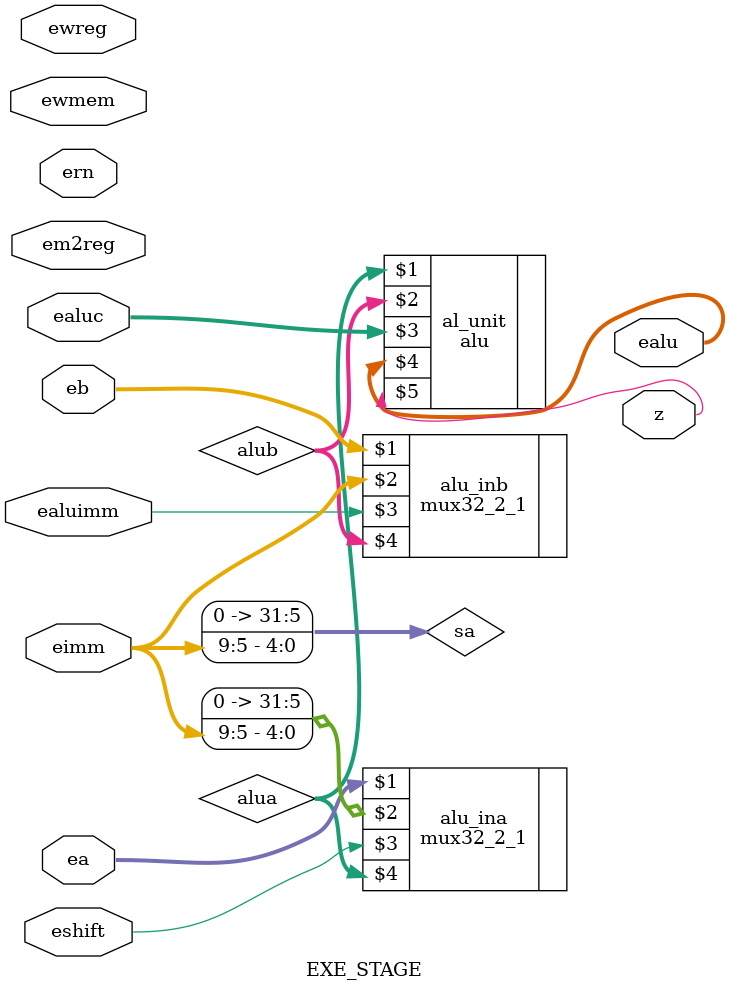
<source format=v>
`timescale 1ns / 1ps
module EXE_STAGE(ealuc,ealuimm,ea,eb,eimm,eshift,ealu,z,em2reg,ewmem,ewreg,ern
    );
	 input [31:0] ea,eb,eimm;		//ea-ÓÉ¼Ä´æÆ÷¶Á³öµÄ²Ù×÷Êýa£»eb-ÓÉ¼Ä´æÆ÷¶Á³öµÄ²Ù×÷Êýa£»eimm-¾­¹ýÀ©Õ¹µÄÁ¢¼´Êý£»
	 input [2:0] ealuc;		//ALU¿ØÖÆÂë
	 input ealuimm,eshift,em2reg,ewmem,ewreg;		//ALUÊäÈë²Ù×÷ÊýµÄ¶àÂ·Ñ¡ÔñÆ÷
	 input [4:0] ern;
	 output [31:0] ealu;		//alu²Ù×÷Êä³ö
	 output z;
	 
	 
	 wire [31:0] alua,alub,sa;
	 wire em2reg,ewmem,ewreg;
	 wire [4:0] ern;


	 assign sa={27'b0,eimm[9:5]};//ÒÆÎ»Î»ÊýµÄÉú³É
	 
	 
	 mux32_2_1 alu_ina (ea,sa,eshift,alua);//Ñ¡ÔñALU a¶ËµÄÊý¾ÝÀ´Ô´
	 mux32_2_1 alu_inb (eb,eimm,ealuimm,alub);//Ñ¡ÔñALU b¶ËµÄÊý¾ÝÀ´Ô´
 	 alu al_unit (alua,alub,ealuc,ealu,z);//ALU
	 
endmodule
</source>
